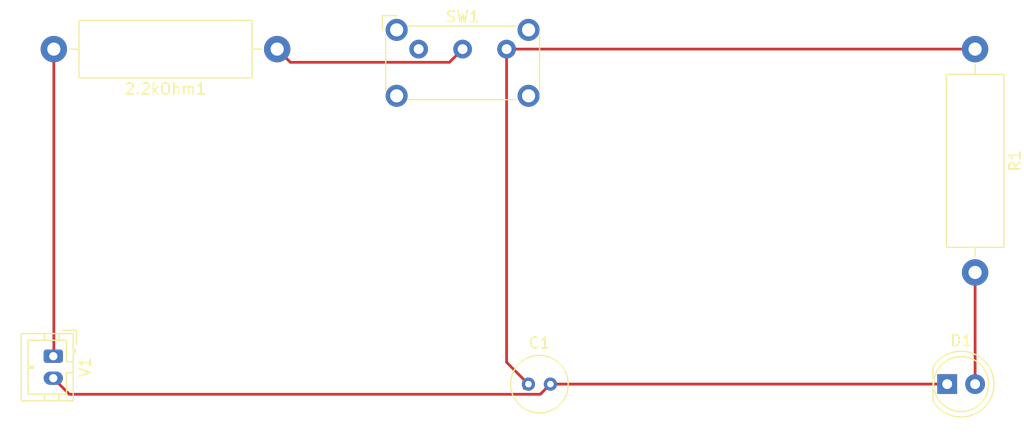
<source format=kicad_pcb>
(kicad_pcb (version 20211014) (generator pcbnew)
  (layers (0 "F.Cu" signal) (31 "B.Cu" signal) (34 "B.Paste" user) (35 "F.Paste" user) (36 "B.SilkS" user "B.Silkscreen") (37 "F.SilkS" user "F.Silkscreen") (38 "B.Mask" user) (39 "F.Mask" user) (44 "Edge.Cuts" user))
  (net 0 "")
  (net 1 "Net-(2.2kOhm1-Pad1)")
  (net 2 "Net-(2.2kOhm1-Pad2)")
  (net 3 "Net-(C1-Pad1)")
  (net 4 "Net-(C1-Pad2)")
  (net 5 "Net-(D1-Pad2)")
  (footprint "LED_THT:LED_D5.0mm" (layer "F.Cu") (at 172.72 116.84)
    (fp_text reference "D1" (at 1.27 -3.96) (layer "F.SilkS"))
    (fp_text value "    ")
    (fp_line (start -1.29 -1.545) (end -1.29 1.545) (layer "F.SilkS") (width 0.12))
    (fp_arc (start 4.26 -0.000462) (mid 2.072002 2.880433) (end -1.29 1.54483) (layer "F.SilkS") (width 0.12))
    (fp_arc (start -1.29 -1.54483) (mid 2.072002 -2.880433) (end 4.26 0.000462) (layer "F.SilkS") (width 0.12))
    (fp_circle (center 1.27 0) (end 3.77 0) (layer "F.SilkS") (width 0.12) (fill none))
    (pad "1" thru_hole rect (at 0 0) (size 1.8 1.8) (drill 0.9) (layers *.Cu *.Mask) (net 4 "Net-(C1-Pad2)"))
    (pad "2" thru_hole circle (at 2.54 0) (size 1.8 1.8) (drill 0.9) (layers *.Cu *.Mask) (net 5 "Net-(D1-Pad2)"))
  )
  (footprint "Resistor_THT:R_Axial_DIN0516_L15.5mm_D5.0mm_P20.32mm_Horizontal" (layer "F.Cu") (at 111.76 86.36 180)
    (fp_text reference "2.2kOhm1" (at 10.16 -3.62) (layer "F.SilkS"))
    (fp_text value "R2")
    (fp_line (start 18.88 0) (end 18.03 0) (layer "F.SilkS") (width 0.12))
    (fp_line (start 1.44 0) (end 2.29 0) (layer "F.SilkS") (width 0.12))
    (fp_line (start 2.29 2.62) (end 18.03 2.62) (layer "F.SilkS") (width 0.12))
    (fp_line (start 18.03 -2.62) (end 2.29 -2.62) (layer "F.SilkS") (width 0.12))
    (fp_line (start 2.29 -2.62) (end 2.29 2.62) (layer "F.SilkS") (width 0.12))
    (fp_line (start 18.03 2.62) (end 18.03 -2.62) (layer "F.SilkS") (width 0.12))
    (pad "1" thru_hole circle (at 0 0 180) (size 2.4 2.4) (drill 1.2) (layers *.Cu *.Mask) (net 1 "Net-(2.2kOhm1-Pad1)"))
    (pad "2" thru_hole oval (at 20.32 0 180) (size 2.4 2.4) (drill 1.2) (layers *.Cu *.Mask) (net 2 "Net-(2.2kOhm1-Pad2)"))
  )
  (footprint "Connector_JST:JST_PH_B2B-PH-K_1x02_P2.00mm_Vertical" (layer "F.Cu") (at 91.39 114.3 -90)
    (fp_text reference "V1" (at 1 -2.9 90) (layer "F.SilkS"))
    (fp_text value "9V")
    (fp_line (start 3.45 -1.2) (end 1.5 -1.2) (layer "F.SilkS") (width 0.12))
    (fp_line (start 1 2.3) (end 1 1.8) (layer "F.SilkS") (width 0.12))
    (fp_line (start -1.45 2.3) (end 3.45 2.3) (layer "F.SilkS") (width 0.12))
    (fp_line (start -0.3 -1.81) (end -0.3 -2.01) (layer "F.SilkS") (width 0.12))
    (fp_line (start -1.45 -1.2) (end -1.45 2.3) (layer "F.SilkS") (width 0.12))
    (fp_line (start 4.06 0.8) (end 3.45 0.8) (layer "F.SilkS") (width 0.12))
    (fp_line (start -2.06 -1.81) (end -2.06 2.91) (layer "F.SilkS") (width 0.12))
    (fp_line (start -2.06 0.8) (end -1.45 0.8) (layer "F.SilkS") (width 0.12))
    (fp_line (start 0.5 -1.81) (end 0.5 -1.2) (layer "F.SilkS") (width 0.12))
    (fp_line (start -2.06 -0.5) (end -1.45 -0.5) (layer "F.SilkS") (width 0.12))
    (fp_line (start 1.5 -1.2) (end 1.5 -1.81) (layer "F.SilkS") (width 0.12))
    (fp_line (start -0.3 -1.91) (end -0.6 -1.91) (layer "F.SilkS") (width 0.12))
    (fp_line (start 4.06 2.91) (end 4.06 -1.81) (layer "F.SilkS") (width 0.12))
    (fp_line (start 3.45 2.3) (end 3.45 -1.2) (layer "F.SilkS") (width 0.12))
    (fp_line (start 4.06 -0.5) (end 3.45 -0.5) (layer "F.SilkS") (width 0.12))
    (fp_line (start 0.5 -1.2) (end -1.45 -1.2) (layer "F.SilkS") (width 0.12))
    (fp_line (start -2.36 -2.11) (end -2.36 -0.86) (layer "F.SilkS") (width 0.12))
    (fp_line (start -2.06 2.91) (end 4.06 2.91) (layer "F.SilkS") (width 0.12))
    (fp_line (start -0.3 -2.01) (end -0.6 -2.01) (layer "F.SilkS") (width 0.12))
    (fp_line (start -1.11 -2.11) (end -2.36 -2.11) (layer "F.SilkS") (width 0.12))
    (fp_line (start 1.1 1.8) (end 1.1 2.3) (layer "F.SilkS") (width 0.12))
    (fp_line (start -0.6 -2.01) (end -0.6 -1.81) (layer "F.SilkS") (width 0.12))
    (fp_line (start 4.06 -1.81) (end -2.06 -1.81) (layer "F.SilkS") (width 0.12))
    (fp_line (start 0.9 1.8) (end 1.1 1.8) (layer "F.SilkS") (width 0.12))
    (fp_line (start 0.9 2.3) (end 0.9 1.8) (layer "F.SilkS") (width 0.12))
    (pad "1" thru_hole roundrect (at 0 0 270) (size 1.2 1.75) (drill 0.75) (layers *.Cu *.Mask) (roundrect_rratio 0.208333) (net 2 "Net-(2.2kOhm1-Pad2)"))
    (pad "2" thru_hole oval (at 2 0 270) (size 1.2 1.75) (drill 0.75) (layers *.Cu *.Mask) (net 4 "Net-(C1-Pad2)"))
  )
  (footprint "Resistor_THT:R_Axial_DIN0516_L15.5mm_D5.0mm_P20.32mm_Horizontal" (layer "F.Cu") (at 175.26 86.36 -90)
    (fp_text reference "R1" (at 10.16 -3.62 90) (layer "F.SilkS"))
    (fp_text value "20kOhm")
    (fp_line (start 2.29 -2.62) (end 2.29 2.62) (layer "F.SilkS") (width 0.12))
    (fp_line (start 18.03 -2.62) (end 2.29 -2.62) (layer "F.SilkS") (width 0.12))
    (fp_line (start 18.88 0) (end 18.03 0) (layer "F.SilkS") (width 0.12))
    (fp_line (start 2.29 2.62) (end 18.03 2.62) (layer "F.SilkS") (width 0.12))
    (fp_line (start 18.03 2.62) (end 18.03 -2.62) (layer "F.SilkS") (width 0.12))
    (fp_line (start 1.44 0) (end 2.29 0) (layer "F.SilkS") (width 0.12))
    (pad "1" thru_hole circle (at 0 0 270) (size 2.4 2.4) (drill 1.2) (layers *.Cu *.Mask) (net 3 "Net-(C1-Pad1)"))
    (pad "2" thru_hole oval (at 20.32 0 270) (size 2.4 2.4) (drill 1.2) (layers *.Cu *.Mask) (net 5 "Net-(D1-Pad2)"))
  )
  (footprint "Capacitor_THT:C_Radial_D5.0mm_H5.0mm_P2.00mm" (layer "F.Cu") (at 134.62 116.84)
    (fp_text reference "C1" (at 1 -3.75) (layer "F.SilkS"))
    (fp_text value "2.7 uF")
    (fp_circle (center 1 0) (end 3.62 0) (layer "F.SilkS") (width 0.12) (fill none))
    (pad "1" thru_hole circle (at 0 0) (size 1.2 1.2) (drill 0.6) (layers *.Cu *.Mask) (net 3 "Net-(C1-Pad1)"))
    (pad "2" thru_hole circle (at 2 0) (size 1.2 1.2) (drill 0.6) (layers *.Cu *.Mask) (net 4 "Net-(C1-Pad2)"))
  )
  (footprint "Button_Switch_THT:SW_E-Switch_EG1224_SPDT_Angled" (layer "F.Cu") (at 124.6325 86.36)
    (fp_text reference "SW1" (at 4 -2.95) (layer "F.SilkS"))
    (fp_text value "  ")
    (fp_line (start -3.3 -1.75) (end -3.3 -3.05) (layer "F.SilkS") (width 0.12))
    (fp_line (start 11 -1.35) (end 11 3.85) (layer "F.SilkS") (width 0.12))
    (fp_line (start 8.95 4.6) (end -0.95 4.6) (layer "F.SilkS") (width 0.12))
    (fp_line (start -3.3 -3.05) (end -2 -3.05) (layer "F.SilkS") (width 0.12))
    (fp_line (start -3 3.85) (end -3 -1.35) (layer "F.SilkS") (width 0.12))
    (fp_line (start -0.95 -2.1) (end 8.95 -2.1) (layer "F.SilkS") (width 0.12))
    (pad "" thru_hole circle (at 10 -1.75) (size 2 2) (drill 1.2) (layers *.Cu *.Mask))
    (pad "" thru_hole circle (at 10 4.25) (size 2 2) (drill 1.2) (layers *.Cu *.Mask))
    (pad "" thru_hole circle (at -2 4.25) (size 2 2) (drill 1.2) (layers *.Cu *.Mask))
    (pad "" thru_hole circle (at -2 -1.75) (size 2 2) (drill 1.2) (layers *.Cu *.Mask))
    (pad "1" thru_hole circle (at 0 0) (size 1.7 1.7) (drill 0.9) (layers *.Cu *.Mask))
    (pad "2" thru_hole circle (at 4 0) (size 1.7 1.7) (drill 0.9) (layers *.Cu *.Mask) (net 1 "Net-(2.2kOhm1-Pad1)"))
    (pad "3" thru_hole circle (at 8 0) (size 1.7 1.7) (drill 0.9) (layers *.Cu *.Mask) (net 3 "Net-(C1-Pad1)"))
  )
  (segment (start 111.76 86.36) (end 112.96 87.56) (width 0.25) (layer "F.Cu") (net 1))
  (segment (start 112.96 87.56) (end 127.4325 87.56) (width 0.25) (layer "F.Cu") (net 1))
  (segment (start 127.4325 87.56) (end 128.6325 86.36) (width 0.25) (layer "F.Cu") (net 1))
  (segment (start 91.44 114.25) (end 91.44 86.36) (width 0.25) (layer "F.Cu") (net 2))
  (segment (start 91.39 114.3) (end 91.44 114.25) (width 0.25) (layer "F.Cu") (net 2))
  (segment (start 132.6325 114.8525) (end 132.6325 86.36) (width 0.25) (layer "F.Cu") (net 3))
  (segment (start 134.62 116.84) (end 134.235 117.225) (width 0.25) (layer "F.Cu") (net 3))
  (segment (start 132.6325 86.36) (end 175.26 86.36) (width 0.25) (layer "F.Cu") (net 3))
  (segment (start 134.62 116.84) (end 132.6325 114.8525) (width 0.25) (layer "F.Cu") (net 3))
  (segment (start 136.62 116.84) (end 135.695 117.765) (width 0.25) (layer "F.Cu") (net 4))
  (segment (start 135.695 117.765) (end 92.855 117.765) (width 0.25) (layer "F.Cu") (net 4))
  (segment (start 92.855 117.765) (end 91.39 116.3) (width 0.25) (layer "F.Cu") (net 4))
  (segment (start 172.72 116.84) (end 136.62 116.84) (width 0.25) (layer "F.Cu") (net 4))
  (segment (start 91.39 116.775) (end 91.44 116.775) (width 0.25) (layer "F.Cu") (net 4))
  (segment (start 91.39 116.3) (end 91.39 116.775) (width 0.25) (layer "F.Cu") (net 4))
  (segment (start 175.26 106.68) (end 175.26 116.84) (width 0.25) (layer "F.Cu") (net 5))
)
</source>
